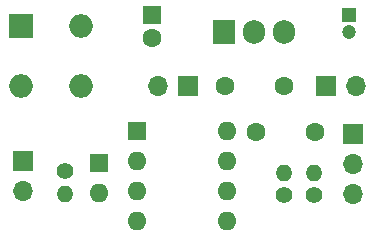
<source format=gts>
%TF.GenerationSoftware,KiCad,Pcbnew,(6.0.0)*%
%TF.CreationDate,2022-01-15T23:56:29+13:00*%
%TF.ProjectId,DCC_PCB,4443435f-5043-4422-9e6b-696361645f70,rev?*%
%TF.SameCoordinates,Original*%
%TF.FileFunction,Soldermask,Top*%
%TF.FilePolarity,Negative*%
%FSLAX46Y46*%
G04 Gerber Fmt 4.6, Leading zero omitted, Abs format (unit mm)*
G04 Created by KiCad (PCBNEW (6.0.0)) date 2022-01-15 23:56:29*
%MOMM*%
%LPD*%
G01*
G04 APERTURE LIST*
%ADD10R,1.700000X1.700000*%
%ADD11O,1.700000X1.700000*%
%ADD12C,1.400000*%
%ADD13O,1.400000X1.400000*%
%ADD14R,1.200000X1.200000*%
%ADD15C,1.200000*%
%ADD16C,1.600000*%
%ADD17R,1.600000X1.600000*%
%ADD18O,1.600000X1.600000*%
%ADD19R,1.905000X2.000000*%
%ADD20O,1.905000X2.000000*%
%ADD21R,2.000000X2.000000*%
%ADD22O,2.000000X2.000000*%
G04 APERTURE END LIST*
D10*
%TO.C,J4*%
X169672000Y-99568000D03*
D11*
X172212000Y-99568000D03*
%TD*%
D12*
%TO.C,R2*%
X166116000Y-108855000D03*
D13*
X166116000Y-106955000D03*
%TD*%
D14*
%TO.C,C2*%
X171580000Y-93554401D03*
D15*
X171580000Y-95054401D03*
%TD*%
D16*
%TO.C,C3*%
X166116000Y-99568000D03*
X161116000Y-99568000D03*
%TD*%
D17*
%TO.C,U2*%
X153670000Y-103388000D03*
D18*
X153670000Y-105928000D03*
X153670000Y-108468000D03*
X153670000Y-111008000D03*
X161290000Y-111008000D03*
X161290000Y-108468000D03*
X161290000Y-105928000D03*
X161290000Y-103388000D03*
%TD*%
D10*
%TO.C,J3*%
X171958000Y-103632000D03*
D11*
X171958000Y-106172000D03*
X171958000Y-108712000D03*
%TD*%
D16*
%TO.C,C4*%
X163720000Y-103438000D03*
X168720000Y-103438000D03*
%TD*%
D17*
%TO.C,D2*%
X150390000Y-106094686D03*
D18*
X150390000Y-108634686D03*
%TD*%
D19*
%TO.C,U1*%
X161036000Y-94996000D03*
D20*
X163576000Y-94996000D03*
X166116000Y-94996000D03*
%TD*%
D12*
%TO.C,R1*%
X147574000Y-106791000D03*
D13*
X147574000Y-108691000D03*
%TD*%
D12*
%TO.C,R3*%
X168656000Y-108855000D03*
D13*
X168656000Y-106955000D03*
%TD*%
D21*
%TO.C,D1*%
X143787000Y-94483000D03*
D22*
X143787000Y-99563000D03*
X148867000Y-99563000D03*
X148867000Y-94483000D03*
%TD*%
D17*
%TO.C,C1*%
X154940000Y-93532888D03*
D16*
X154940000Y-95532888D03*
%TD*%
D10*
%TO.C,J2*%
X157988000Y-99568000D03*
D11*
X155448000Y-99568000D03*
%TD*%
D10*
%TO.C,J1*%
X144018000Y-105918000D03*
D11*
X144018000Y-108458000D03*
%TD*%
M02*

</source>
